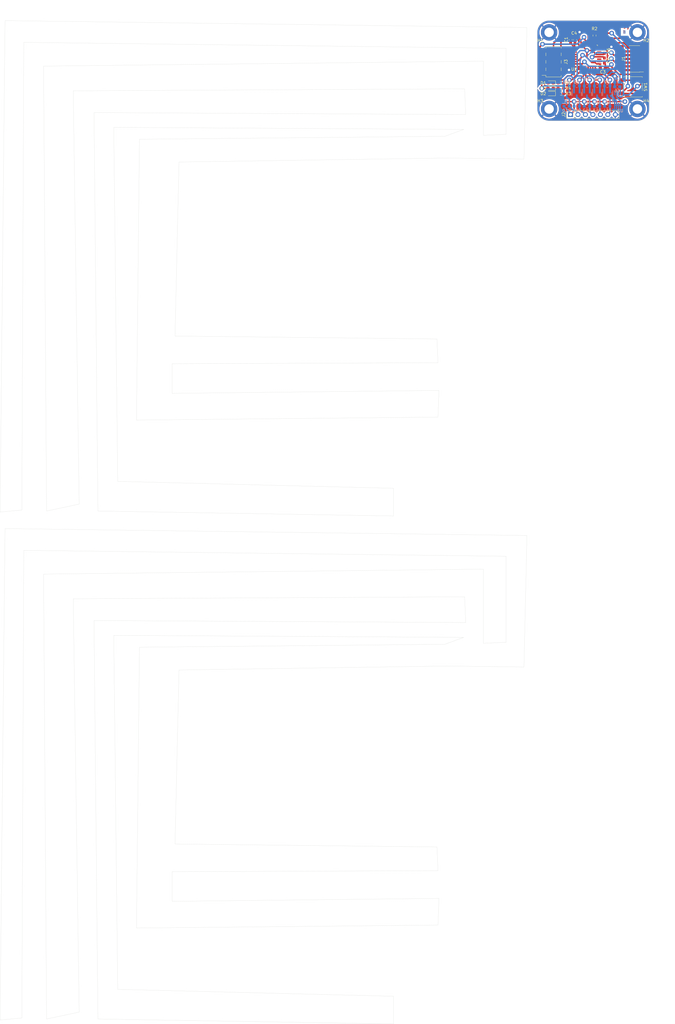
<source format=kicad_pcb>
(kicad_pcb (version 20221018) (generator pcbnew)
  (layers (0 "F.Cu" signal) (31 "B.Cu" signal) (34 "B.Paste" user) (35 "F.Paste" user) (36 "B.SilkS" user "B.Silkscreen") (37 "F.SilkS" user "F.Silkscreen") (38 "B.Mask" user) (39 "F.Mask" user) (44 "Edge.Cuts" user))
  (net 0 "")
  (net 1 "+5V-v2-")
  (net 2 "GND-v2-")
  (net 3 "+3.3V-v2-")
  (net 4 "Net-(D1-K)-v2-")
  (net 6 "Net-(D3-K)-v2-")
  (net 7 "Status_LED-v2-")
  (net 8 "Data_Clock_SNES-v2-")
  (net 9 "Data_Latch_SNES-v2-")
  (net 10 "Net-(D2-K)-v2-")
  (net 11 "Serial_Data1_SNES-v2-")
  (net 12 "Serial_Data2_SNES-v2-")
  (net 13 "SPI_Chip_Select-v2-")
  (net 14 "Chip_Enable-v2-")
  (net 15 "SPI_Digital_Input-v2-")
  (net 16 "SPI_Clock-v2-")
  (net 17 "SPI_Digital_Output-v2-")
  (net 18 "IOBit_SNES-v2-")
  (net 19 "Data_Clock_STM32-v2-")
  (net 20 "Data_Latch_STM32-v2-")
  (net 21 "Appairing_Btn-v2-")
  (net 22 "Net-(U2-BP)-v2-")
  (net 23 "SWDIO-v2-")
  (net 24 "SWDCK-v2-")
  (net 27 "NRST-v2-")
  (net 28 "USART2_RX-v2-")
  (net 29 "USART2_TX-v2-")
  (net 30 "Serial_Data1_STM32-v2-")
  (net 31 "IOBit_STM32-v2-")
  (net 32 "Serial_Data2_STM32-v2-")
  (footprint "Capacitor_SMD:C_0603_1608Metric_Pad1.08x0.95mm_HandSolder" (layer "F.Cu") (at 195.05 7.75 90)
    (fp_text reference "C1")
    (fp_text value "10u")
  )
  (footprint "Resistor_SMD:R_0603_1608Metric_Pad0.98x0.95mm_HandSolder" (layer "F.Cu") (at 191.76875 22.45)
    (fp_text reference "R1")
    (fp_text value "1k")
  )
  (footprint "MountingHole:MountingHole_3.2mm_M3_DIN965_Pad" (layer "F.Cu") (at 217.75 31.25)
    (fp_text reference "H4")
    (fp_text value "MountingHole_Pad")
  )
  (footprint "Capacitor_SMD:C_0603_1608Metric_Pad1.08x0.95mm_HandSolder" (layer "F.Cu") (at 206.51 14.8025 90)
    (fp_text reference "C2")
    (fp_text value "100n")
  )
  (footprint "Capacitor_SMD:C_0603_1608Metric_Pad1.08x0.95mm_HandSolder" (layer "F.Cu") (at 206.51 11.5 90)
    (fp_text reference "C5")
    (fp_text value "100n")
  )
  (footprint "MountingHole:MountingHole_3.2mm_M3_DIN965_Pad" (layer "F.Cu") (at 187.75 5.25)
    (fp_text reference "H1")
    (fp_text value "MountingHole_Pad")
  )
  (footprint "Resistor_SMD:R_0603_1608Metric_Pad0.98x0.95mm_HandSolder" (layer "F.Cu") (at 203.17 6.32 90)
    (fp_text reference "R2")
    (fp_text value "10k")
  )
  (footprint "MountingHole:MountingHole_3.2mm_M3_DIN965_Pad" (layer "F.Cu") (at 217.75 5.25)
    (fp_text reference "H2")
    (fp_text value "MountingHole_Pad")
  )
  (footprint "Capacitor_SMD:C_0603_1608Metric_Pad1.08x0.95mm_HandSolder" (layer "F.Cu") (at 196.55 7.75 90)
    (fp_text reference "C4")
    (fp_text value "100n")
  )
  (footprint "Connector_PinHeader_1.27mm:PinHeader_2x07_P1.27mm_Vertical_SMD" (layer "F.Cu") (at 216.75 14.25 180)
    (fp_text reference "J1")
    (fp_text value "Conn_02x07_Odd_Even")
  )
  (footprint "Diode_SMD:D_0603_1608Metric_Pad1.05x0.95mm_HandSolder" (layer "F.Cu") (at 188.26875 26.05 180)
    (fp_text reference "D2")
    (fp_text value "LED_Small")
  )
  (footprint "Package_QFP:LQFP-32_7x7mm_P0.8mm" (layer "F.Cu") (at 200.6 13.15 180)
    (fp_text reference "U1")
    (fp_text value "STM32L412KBTx")
  )
  (footprint "Resistor_SMD:R_0603_1608Metric_Pad0.98x0.95mm_HandSolder" (layer "F.Cu") (at 191.76875 26.05)
    (fp_text reference "R3")
    (fp_text value "1k")
  )
  (footprint "Capacitor_SMD:C_0603_1608Metric_Pad1.08x0.95mm_HandSolder" (layer "F.Cu") (at 206.0025 17.19)
    (fp_text reference "C3")
    (fp_text value "100n")
  )
  (footprint "Connector_PinHeader_2.54mm:PinHeader_1x07_P2.54mm_Vertical" (layer "F.Cu") (at 195 33.15 90)
    (fp_text reference "J2")
    (fp_text value "Conn_01x07_Socket")
  )
  (footprint "Button_Switch_SMD:SW_SPST_B3S-1000" (layer "F.Cu") (at 216.25 23.75 180)
    (fp_text reference "SW1")
    (fp_text value "SW_SPST")
  )
  (footprint "Resistor_SMD:R_0603_1608Metric_Pad0.98x0.95mm_HandSolder" (layer "F.Cu") (at 191.76875 24.25)
    (fp_text reference "R4")
    (fp_text value "1k")
  )
  (footprint "Diode_SMD:D_0603_1608Metric_Pad1.05x0.95mm_HandSolder" (layer "F.Cu") (at 188.26875 22.45 180)
    (fp_text reference "D1")
    (fp_text value "LED_Small")
  )
  (footprint "Diode_SMD:D_0603_1608Metric_Pad1.05x0.95mm_HandSolder" (layer "F.Cu") (at 188.26875 24.25 180)
    (fp_text reference "D3")
    (fp_text value "LED")
  )
  (footprint "Connector_PinSocket_2.54mm:PinSocket_2x04_P2.54mm_Vertical_SMD" (layer "F.Cu") (at 189.25 15.25 180)
    (fp_text reference "J3")
    (fp_text value "Conn_01x08_Socket")
  )
  (footprint "MountingHole:MountingHole_3.2mm_M3_DIN965_Pad" (layer "F.Cu") (at 187.75 31.25)
    (fp_text reference "H3")
    (fp_text value "MountingHole_Pad")
  )
  (footprint "Resistor_SMD:R_0603_1608Metric_Pad0.98x0.95mm_HandSolder" (layer "B.Cu") (at 204.05 23.45)
    (fp_text reference "R8")
    (fp_text value "10k")
  )
  (footprint "Resistor_SMD:R_0603_1608Metric_Pad0.98x0.95mm_HandSolder" (layer "B.Cu") (at 207.5 23.45)
    (fp_text reference "R9")
    (fp_text value "10k")
  )
  (footprint "Resistor_SMD:R_0603_1608Metric_Pad0.98x0.95mm_HandSolder" (layer "B.Cu") (at 200.6 30.35)
    (fp_text reference "R12")
    (fp_text value "10k")
  )
  (footprint "Resistor_SMD:R_0603_1608Metric_Pad0.98x0.95mm_HandSolder" (layer "B.Cu") (at 193.7 30.35)
    (fp_text reference "R10")
    (fp_text value "10k")
  )
  (footprint "Package_TO_SOT_SMD:SOT-23" (layer "B.Cu") (at 207.5 26.15 -90)
    (fp_text reference "Q5")
    (fp_text value "2N7002")
  )
  (footprint "Resistor_SMD:R_0603_1608Metric_Pad0.98x0.95mm_HandSolder" (layer "B.Cu") (at 193.7 23.45)
    (fp_text reference "R5")
    (fp_text value "10k")
  )
  (footprint "Resistor_SMD:R_0603_1608Metric_Pad0.98x0.95mm_HandSolder" (layer "B.Cu") (at 207.5 30.35)
    (fp_text reference "R14")
    (fp_text value "10k")
  )
  (footprint "Capacitor_SMD:C_0603_1608Metric_Pad1.08x0.95mm_HandSolder" (layer "B.Cu") (at 210.9 22.2 180)
    (fp_text reference "C7")
    (fp_text value "2.2u")
  )
  (footprint "Resistor_SMD:R_0603_1608Metric_Pad0.98x0.95mm_HandSolder" (layer "B.Cu") (at 200.6 23.45)
    (fp_text reference "R7")
    (fp_text value "10k")
  )
  (footprint "Capacitor_SMD:C_0603_1608Metric_Pad1.08x0.95mm_HandSolder" (layer "B.Cu") (at 210.9 23.7 180)
    (fp_text reference "C6")
    (fp_text value "470p")
  )
  (footprint "Package_SO:MSOP-8_3x3mm_P0.65mm" (layer "B.Cu") (at 211.0125 27.9 -90)
    (fp_text reference "U2")
    (fp_text value "MIC5219-3.3YMM")
  )
  (footprint "Resistor_SMD:R_0603_1608Metric_Pad0.98x0.95mm_HandSolder" (layer "B.Cu") (at 197.15 23.45)
    (fp_text reference "R6")
    (fp_text value "10k")
  )
  (footprint "Package_TO_SOT_SMD:SOT-23" (layer "B.Cu") (at 204.05 26.15 -90)
    (fp_text reference "Q4")
    (fp_text value "2N7002")
  )
  (footprint "Package_TO_SOT_SMD:SOT-23" (layer "B.Cu") (at 197.15 26.15 -90)
    (fp_text reference "Q2")
    (fp_text value "2N7002")
  )
  (footprint "Resistor_SMD:R_0603_1608Metric_Pad0.98x0.95mm_HandSolder" (layer "B.Cu") (at 197.15 30.35)
    (fp_text reference "R11")
    (fp_text value "10k")
  )
  (footprint "Resistor_SMD:R_0603_1608Metric_Pad0.98x0.95mm_HandSolder" (layer "B.Cu") (at 204.05 30.35)
    (fp_text reference "R13")
    (fp_text value "10k")
  )
  (footprint "Package_TO_SOT_SMD:SOT-23" (layer "B.Cu") (at 193.7 26.15 -90)
    (fp_text reference "Q1")
    (fp_text value "2N7002")
  )
  (footprint "Package_TO_SOT_SMD:SOT-23" (layer "B.Cu") (at 200.6 26.15 -90)
    (fp_text reference "Q3")
    (fp_text value "2N7002")
  )
  (gr_line (start 59.679937 127.82989) (end 59.679937 117.75989) (stroke (width 0.05)) (layer "Edge.Cuts"))
  (gr_line (start 134.889937 160.06989) (end 41.209937 157.71989) (stroke (width 0.05)) (layer "Edge.Cuts"))
  (gr_line (start 26.099937 197.58989) (end 159.059937 196.91989) (stroke (width 0.05)) (layer "Edge.Cuts"))
  (gr_line (start 179.209937 220.75989) (end 180.219937 176.09989) (stroke (width 0.05)) (layer "Edge.Cuts"))
  (gr_line (start 33.149937 32.47989) (end 34.489937 167.78989) (stroke (width 0.05)) (layer "Edge.Cuts"))
  (gr_line (start 173.159937 212.35989) (end 165.439937 212.69989) (stroke (width 0.05)) (layer "Edge.Cuts"))
  (gr_line (start 33.149937 204.97989) (end 34.489937 340.28989) (stroke (width 0.05)) (layer "Edge.Cuts"))
  (gr_line (start 2.929937 1.24989) (end 1.249937 168.12989) (stroke (width 0.05)) (layer "Edge.Cuts"))
  (gr_line (start 62.029937 221.76989) (end 153.019937 220.41989) (stroke (width 0.05)) (layer "Edge.Cuts"))
  (gr_line (start 150.329937 299.32989) (end 59.679937 300.32989) (stroke (width 0.05)) (layer "Edge.Cuts"))
  (gr_line (start 134.889937 341.96989) (end 134.889937 332.56989) (stroke (width 0.05)) (layer "Edge.Cuts"))
  (gr_line (start 152.349937 213.03989) (end 48.599937 214.03989) (stroke (width 0.05)) (layer "Edge.Cuts"))
  (gr_line (start 149.659937 281.86989) (end 60.679937 280.85989) (stroke (width 0.05)) (layer "Edge.Cuts"))
  (gr_line (start 34.489937 167.78989) (end 134.889937 169.46989) (stroke (width 0.05)) (layer "Edge.Cuts"))
  (gr_line (start 60.679937 108.35989) (end 62.029937 49.26989) (stroke (width 0.05)) (layer "Edge.Cuts"))
  (gr_line (start 134.889937 169.46989) (end 134.889937 160.06989) (stroke (width 0.05)) (layer "Edge.Cuts"))
  (gr_arc (start 217.75 1.25) (mid 220.578427 2.421573) (end 221.75 5.25) (stroke (width 0.1)) (layer "Edge.Cuts"))
  (gr_line (start 159.059937 196.91989) (end 159.399937 205.64989) (stroke (width 0.05)) (layer "Edge.Cuts"))
  (gr_line (start 1.249937 340.62989) (end 8.639937 339.94989) (stroke (width 0.05)) (layer "Edge.Cuts"))
  (gr_line (start 165.439937 187.51989) (end 16.029937 189.19989) (stroke (width 0.05)) (layer "Edge.Cuts"))
  (gr_line (start 59.679937 290.25989) (end 149.999937 289.92989) (stroke (width 0.05)) (layer "Edge.Cuts"))
  (gr_line (start 16.029937 16.69989) (end 17.039937 167.78989) (stroke (width 0.05)) (layer "Edge.Cuts"))
  (gr_line (start 8.639937 167.44989) (end 9.309937 8.63989) (stroke (width 0.05)) (layer "Edge.Cuts"))
  (gr_line (start 179.209937 48.25989) (end 180.219937 3.59989) (stroke (width 0.05)) (layer "Edge.Cuts"))
  (gr_line (start 9.309937 181.13989) (end 173.159937 183.14989) (stroke (width 0.05)) (layer "Edge.Cuts"))
  (gr_line (start 187.75 1.25) (end 217.75 1.25) (stroke (width 0.1)) (layer "Edge.Cuts"))
  (gr_line (start 159.059937 24.41989) (end 159.399937 33.14989) (stroke (width 0.05)) (layer "Edge.Cuts"))
  (gr_line (start 17.039937 167.78989) (end 28.119937 165.43989) (stroke (width 0.05)) (layer "Edge.Cuts"))
  (gr_line (start 180.219937 176.09989) (end 2.929937 173.74989) (stroke (width 0.05)) (layer "Edge.Cuts"))
  (gr_line (start 1.249937 168.12989) (end 8.639937 167.44989) (stroke (width 0.05)) (layer "Edge.Cuts"))
  (gr_arc (start 183.75 5.25) (mid 184.921573 2.421573) (end 187.75 1.25) (stroke (width 0.1)) (layer "Edge.Cuts"))
  (gr_line (start 28.119937 337.93989) (end 26.099937 197.58989) (stroke (width 0.05)) (layer "Edge.Cuts"))
  (gr_line (start 173.159937 10.64989) (end 173.159937 39.85989) (stroke (width 0.05)) (layer "Edge.Cuts"))
  (gr_line (start 149.999937 135.88989) (end 150.329937 126.82989) (stroke (width 0.05)) (layer "Edge.Cuts"))
  (gr_line (start 158.729937 210.68989) (end 152.349937 213.03989) (stroke (width 0.05)) (layer "Edge.Cuts"))
  (gr_line (start 39.869937 210.00989) (end 158.729937 210.68989) (stroke (width 0.05)) (layer "Edge.Cuts"))
  (gr_line (start 165.439937 15.01989) (end 16.029937 16.69989) (stroke (width 0.05)) (layer "Edge.Cuts"))
  (gr_line (start 47.589937 136.89989) (end 149.999937 135.88989) (stroke (width 0.05)) (layer "Edge.Cuts"))
  (gr_line (start 173.159937 39.85989) (end 165.439937 40.19989) (stroke (width 0.05)) (layer "Edge.Cuts"))
  (gr_line (start 165.439937 40.19989) (end 165.439937 15.01989) (stroke (width 0.05)) (layer "Edge.Cuts"))
  (gr_line (start 17.039937 340.28989) (end 28.119937 337.93989) (stroke (width 0.05)) (layer "Edge.Cuts"))
  (gr_line (start 134.889937 332.56989) (end 41.209937 330.21989) (stroke (width 0.05)) (layer "Edge.Cuts"))
  (gr_line (start 159.399937 205.64989) (end 33.149937 204.97989) (stroke (width 0.05)) (layer "Edge.Cuts"))
  (gr_line (start 39.869937 37.50989) (end 158.729937 38.18989) (stroke (width 0.05)) (layer "Edge.Cuts"))
  (gr_line (start 48.599937 41.53989) (end 47.589937 136.89989) (stroke (width 0.05)) (layer "Edge.Cuts"))
  (gr_line (start 26.099937 25.08989) (end 159.059937 24.41989) (stroke (width 0.05)) (layer "Edge.Cuts"))
  (gr_line (start 150.329937 126.82989) (end 59.679937 127.82989) (stroke (width 0.05)) (layer "Edge.Cuts"))
  (gr_line (start 47.589937 309.39989) (end 149.999937 308.38989) (stroke (width 0.05)) (layer "Edge.Cuts"))
  (gr_line (start 48.599937 214.03989) (end 47.589937 309.39989) (stroke (width 0.05)) (layer "Edge.Cuts"))
  (gr_arc (start 187.75 35.25) (mid 184.921573 34.078427) (end 183.75 31.25) (stroke (width 0.1)) (layer "Edge.Cuts"))
  (gr_line (start 34.489937 340.28989) (end 134.889937 341.96989) (stroke (width 0.05)) (layer "Edge.Cuts"))
  (gr_line (start 28.119937 165.43989) (end 26.099937 25.08989) (stroke (width 0.05)) (layer "Edge.Cuts"))
  (gr_line (start 165.439937 212.69989) (end 165.439937 187.51989) (stroke (width 0.05)) (layer "Edge.Cuts"))
  (gr_line (start 59.679937 300.32989) (end 59.679937 290.25989) (stroke (width 0.05)) (layer "Edge.Cuts"))
  (gr_line (start 8.639937 339.94989) (end 9.309937 181.13989) (stroke (width 0.05)) (layer "Edge.Cuts"))
  (gr_line (start 183.75 31.25) (end 183.75 5.25) (stroke (width 0.1)) (layer "Edge.Cuts"))
  (gr_line (start 2.929937 173.74989) (end 1.249937 340.62989) (stroke (width 0.05)) (layer "Edge.Cuts"))
  (gr_line (start 9.309937 8.63989) (end 173.159937 10.64989) (stroke (width 0.05)) (layer "Edge.Cuts"))
  (gr_line (start 153.019937 220.41989) (end 179.209937 220.75989) (stroke (width 0.05)) (layer "Edge.Cuts"))
  (gr_line (start 149.999937 289.92989) (end 149.659937 281.86989) (stroke (width 0.05)) (layer "Edge.Cuts"))
  (gr_line (start 173.159937 183.14989) (end 173.159937 212.35989) (stroke (width 0.05)) (layer "Edge.Cuts"))
  (gr_line (start 41.209937 330.21989) (end 39.869937 210.00989) (stroke (width 0.05)) (layer "Edge.Cuts"))
  (gr_line (start 149.659937 109.36989) (end 60.679937 108.35989) (stroke (width 0.05)) (layer "Edge.Cuts"))
  (gr_line (start 152.349937 40.53989) (end 48.599937 41.53989) (stroke (width 0.05)) (layer "Edge.Cuts"))
  (gr_line (start 149.999937 117.42989) (end 149.659937 109.36989) (stroke (width 0.05)) (layer "Edge.Cuts"))
  (gr_line (start 221.75 5.25) (end 221.75 31.25) (stroke (width 0.1)) (layer "Edge.Cuts"))
  (gr_line (start 158.729937 38.18989) (end 152.349937 40.53989) (stroke (width 0.05)) (layer "Edge.Cuts"))
  (gr_line (start 62.029937 49.26989) (end 153.019937 47.91989) (stroke (width 0.05)) (layer "Edge.Cuts"))
  (gr_line (start 217.75 35.25) (end 187.75 35.25) (stroke (width 0.1)) (layer "Edge.Cuts"))
  (gr_line (start 16.029937 189.19989) (end 17.039937 340.28989) (stroke (width 0.05)) (layer "Edge.Cuts"))
  (gr_line (start 180.219937 3.59989) (end 2.929937 1.24989) (stroke (width 0.05)) (layer "Edge.Cuts"))
  (gr_line (start 41.209937 157.71989) (end 39.869937 37.50989) (stroke (width 0.05)) (layer "Edge.Cuts"))
  (gr_line (start 159.399937 33.14989) (end 33.149937 32.47989) (stroke (width 0.05)) (layer "Edge.Cuts"))
  (gr_line (start 149.999937 308.38989) (end 150.329937 299.32989) (stroke (width 0.05)) (layer "Edge.Cuts"))
  (gr_line (start 60.679937 280.85989) (end 62.029937 221.76989) (stroke (width 0.05)) (layer "Edge.Cuts"))
  (gr_line (start 59.679937 117.75989) (end 149.999937 117.42989) (stroke (width 0.05)) (layer "Edge.Cuts"))
  (gr_arc (start 221.75 31.25) (mid 220.578427 34.078427) (end 217.75 35.25) (stroke (width 0.1)) (layer "Edge.Cuts"))
  (gr_line (start 153.019937 47.91989) (end 179.209937 48.25989) (stroke (width 0.05)) (layer "Edge.Cuts"))
  (gr_text "T" (at 212.75 5.75) (layer "F.Cu") (effects (font (size 1 1)) (justify left bottom)))
  (gr_text "SNES Plug" (at 205.75 3.75) (layer "F.Cu") (effects (font (size 1 1)) (justify left bottom)))
  (gr_text "B" (at 212.75 5.75) (layer "B.Cu") (effects (font (size 1 1)) (justify left bottom)))
  (segment (start 196.2375 28.75) (end 199.6875 28.75) (width 0.3) (layer "F.Cu") (net 1))
  (segment (start 206.5875 28.75) (end 213.5 28.75) (width 0.5) (layer "F.Cu") (net 1))
  (segment (start 190.25 27.5) (end 191.5 28.75) (width 0.5) (layer "F.Cu") (net 1))
  (segment (start 203.1375 28.75) (end 199.6875 28.75) (width 0.5) (layer "F.Cu") (net 1))
  (segment (start 203.1375 28.75) (end 206.5875 28.75) (width 0.5) (layer "F.Cu") (net 1))
  (segment (start 187.39375 26.084561) (end 188.809189 27.5) (width 0.5) (layer "F.Cu") (net 1))
  (segment (start 191.5 28.75) (end 196.2375 28.75) (width 0.5) (layer "F.Cu") (net 1))
  (segment (start 187.39375 26.05) (end 187.39375 26.084561) (width 0.5) (layer "F.Cu") (net 1))
  (segment (start 196.2375 31.9125) (end 195 33.15) (width 0.5) (layer "F.Cu") (net 1))
  (segment (start 188.809189 27.5) (end 190.25 27.5) (width 0.5) (layer "F.Cu") (net 1))
  (segment (start 196.2375 28.75) (end 196.2375 31.9125) (width 0.5) (layer "F.Cu") (net 1))
  (via (at 199.6875 28.75) (size 1.6) (drill 0.8) (layers "F.Cu" "B.Cu") (net 1))
  (via (at 196.2375 28.75) (size 1.6) (drill 0.8) (layers "F.Cu" "B.Cu") (net 1))
  (via (at 203.1375 28.75) (size 1.6) (drill 0.8) (layers "F.Cu" "B.Cu") (net 1))
  (via (at 206.5875 28.75) (size 1.6) (drill 0.8) (layers "F.Cu" "B.Cu") (net 1))
  (via (at 213.5 28.75) (size 1.6) (drill 0.8) (layers "F.Cu" "B.Cu") (net 1))
  (segment (start 206.5875 28.75) (end 206.5875 30.35) (width 0.5) (layer "B.Cu") (net 1))
  (segment (start 213.5 28.75) (end 213.4 28.65) (width 0.5) (layer "B.Cu") (net 1))
  (segment (start 212.106739 28.65) (end 210.6875 27.230761) (width 0.5) (layer "B.Cu") (net 1))
  (segment (start 195 32.5625) (end 192.7875 30.35) (width 0.5) (layer "B.Cu") (net 1))
  (segment (start 213.4 28.65) (end 212.106739 28.65) (width 0.5) (layer "B.Cu") (net 1))
  (segment (start 195 33.15) (end 195 32.5625) (width 0.5) (layer "B.Cu") (net 1))
  (segment (start 203.1375 28.75) (end 203.1375 30.35) (width 0.5) (layer "B.Cu") (net 1))
  (segment (start 199.6875 28.75) (end 199.6875 30.35) (width 0.5) (layer "B.Cu") (net 1))
  (segment (start 196.2375 30.35) (end 196.2375 28.75) (width 0.5) (layer "B.Cu") (net 1))
  (segment (start 210.6875 25.7875) (end 210.6875 27.230761) (width 0.3) (layer "B.Cu") (net 1))
  (segment (start 198.1 5.15) (end 197.8 5.45) (width 0.5) (layer "F.Cu") (net 2))
  (segment (start 204.29 18.215) (end 205.84 18.215) (width 0.5) (layer "F.Cu") (net 2))
  (segment (start 197.8 5.45) (end 197.8 8.975) (width 0.5) (layer "F.Cu") (net 2))
  (segment (start 208.411689 10.6375) (end 206.51 10.6375) (width 0.5) (layer "F.Cu") (net 2))
  (segment (start 206.865 17.19) (end 206.865 16.02) (width 0.5) (layer "F.Cu") (net 2))
  (segment (start 193.44 19.06) (end 191.77 19.06) (width 0.5) (layer "F.Cu") (net 2))
  (segment (start 203.4 17.325) (end 204.29 18.215) (width 0.5) (layer "F.Cu") (net 2))
  (segment (start 208.899189 10.15) (end 208.411689 10.6375) (width 0.5) (layer "F.Cu") (net 2))
  (segment (start 207.535 14.566193) (end 207.535 11.6625) (width 0.5) (layer "F.Cu") (net 2))
  (segment (start 196.55 6.7) (end 198.1 5.15) (width 0.5) (layer "F.Cu") (net 2))
  (segment (start 206.51 15.665) (end 206.51 15.591193) (width 0.5) (layer "F.Cu") (net 2))
  (segment (start 195.05 6.8875) (end 196.55 6.8875) (width 0.5) (layer "F.Cu") (net 2))
  (segment (start 206.865 16.02) (end 206.51 15.665) (width 0.5) (layer "F.Cu") (net 2))
  (segment (start 206.51 15.591193) (end 207.535 14.566193) (width 0.5) (layer "F.Cu") (net 2))
  (segment (start 205.84 18.215) (end 206.865 17.19) (width 0.5) (layer "F.Cu") (net 2))
  (segment (start 196.55 6.8875) (end 196.55 6.7) (width 0.5) (layer "F.Cu") (net 2))
  (segment (start 207.535 11.6625) (end 206.51 10.6375) (width 0.5) (layer "F.Cu") (net 2))
  (segment (start 194.5 18) (end 193.44 19.06) (width 0.5) (layer "F.Cu") (net 2))
  (via (at 210.0375 20.15) (size 1.6) (drill 0.8) (layers "F.Cu" "B.Cu") (net 2))
  (via (at 194.5 18) (size 1.6) (drill 0.8) (layers "F.Cu" "B.Cu") (net 2))
  (via (at 208.899189 10.15) (size 1.6) (drill 0.8) (layers "F.Cu" "B.Cu") (net 2))
  (via (at 198.1 5.15) (size 1.6) (drill 0.8) (layers "F.Cu" "B.Cu") (net 2))
  (segment (start 210.0375 22.2) (end 210.0375 20.15) (width 0.5) (layer "B.Cu") (net 2))
  (segment (start 210.0375 22.2) (end 210.0375 23.7) (width 0.5) (layer "B.Cu") (net 2))
  (segment (start 201.15 5.15) (end 198.1 5.15) (width 0.5) (layer "B.Cu") (net 2))
  (segment (start 206.15 10.15) (end 201.15 5.15) (width 0.5) (layer "B.Cu") (net 2))
  (segment (start 208.899189 10.15) (end 206.15 10.15) (width 0.5) (layer "B.Cu") (net 2))
  (segment (start 210.0375 20.1875) (end 210 20.15) (width 0.5) (layer "B.Cu") (net 2))
  (segment (start 195.05 8.975) (end 196.425 10.35) (width 0.5) (layer "F.Cu") (net 3))
  (segment (start 185.25 20.54) (end 186.73 19.06) (width 0.5) (layer "F.Cu") (net 3))
  (segment (start 200.6 11.4) (end 199.55 10.35) (width 0.5) (layer "F.Cu") (net 3))
  (segment (start 205.14 16.315) (end 204.775 15.95) (width 0.5) (layer "F.Cu") (net 3))
  (segment (start 204.775 15.95) (end 203.870406 15.95) (width 0.5) (layer "F.Cu") (net 3))
  (segment (start 217.75 23.5) (end 218.225 23.5) (width 0.5) (layer "F.Cu") (net 3))
  (segment (start 195.05 8.6125) (end 195.05 8.975) (width 0.5) (layer "F.Cu") (net 3))
  (segment (start 187.39375 24.25) (end 185.25 24.25) (width 0.5) (layer "F.Cu") (net 3))
  (segment (start 206.51 12.3625) (end 206.1225 12.75) (width 0.5) (layer "F.Cu") (net 3))
  (segment (start 203.870406 15.95) (end 203.420406 15.5) (width 0.5) (layer "F.Cu") (net 3))
  (segment (start 203.75 12.75) (end 202.4 11.4) (width 0.5) (layer "F.Cu") (net 3))
  (segment (start 218.225 23.5) (end 220.225 21.5) (width 0.5) (layer "F.Cu") (net 3))
  (segment (start 196.425 8.7375) (end 196.55 8.6125) (width 0.5) (layer "F.Cu") (net 3))
  (segment (start 218.7 16.79) (end 220.4 16.79) (width 0.5) (layer "F.Cu") (net 3))
  (segment (start 220.75 20.975) (end 220.75 17.14) (width 0.5) (layer "F.Cu") (net 3))
  (segment (start 196.425 10.35) (end 196.425 8.7375) (width 0.5) (layer "F.Cu") (net 3))
  (segment (start 212.275 21.5) (end 220.225 21.5) (width 0.5) (layer "F.Cu") (net 3))
  (segment (start 202.4 11.4) (end 200.6 11.4) (width 0.5) (layer "F.Cu") (net 3))
  (segment (start 185.25 24.25) (end 185.25 20.54) (width 0.5) (layer "F.Cu") (net 3))
  (segment (start 200.6 13.809189) (end 200.6 11.4) (width 0.5) (layer "F.Cu") (net 3))
  (segment (start 204.775 12.75) (end 203.75 12.75) (width 0.5) (layer "F.Cu") (net 3))
  (segment (start 202.290811 15.5) (end 200.6 13.809189) (width 0.5) (layer "F.Cu") (net 3))
  (segment (start 220.225 21.5) (end 220.75 20.975) (width 0.5) (layer "F.Cu") (net 3))
  (segment (start 206.1225 12.75) (end 204.775 12.75) (width 0.5) (layer "F.Cu") (net 3))
  (segment (start 205.14 17.19) (end 205.14 16.315) (width 0.5) (layer "F.Cu") (net 3))
  (segment (start 220.4 16.79) (end 220.75 17.14) (width 0.5) (layer "F.Cu") (net 3))
  (segment (start 199.55 10.35) (end 196.425 10.35) (width 0.5) (layer "F.Cu") (net 3))
  (segment (start 203.420406 15.5) (end 202.290811 15.5) (width 0.5) (layer "F.Cu") (net 3))
  (via (at 200.6 11.4) (size 1.6) (drill 0.8) (layers "F.Cu" "B.Cu") (net 3))
  (via (at 217.75 23.5) (size 1.6) (drill 0.8) (layers "F.Cu" "B.Cu") (net 3))
  (via (at 185.25 24.25) (size 1.6) (drill 0.8) (layers "F.Cu" "B.Cu") (net 3))
  (segment (start 186.05 23.45) (end 192.7875 23.45) (width 0.5) (layer "B.Cu") (net 3))
  (segment (start 198.621689 20.05) (end 197.303311 20.05) (width 0.5) (layer "B.Cu") (net 3))
  (segment (start 199.65 23.4875) (end 199.6875 23.45) (width 0.5) (layer "B.Cu") (net 3))
  (segment (start 196.2375 21.115811) (end 196.2375 23.45) (width 0.5) (layer "B.Cu") (net 3))
  (segment (start 200.753311 20.05) (end 202.071689 20.05) (width 0.5) (layer "B.Cu") (net 3))
  (segment (start 211.3375 25.7875) (end 211.3375 26.727817) (width 0.3) (layer "B.Cu") (net 3))
  (segment (start 206.55 25.2125) (end 206.55 23.4875) (width 0.5) (layer "B.Cu") (net 3))
  (segment (start 203.1 23.4875) (end 203.1375 23.45) (width 0.5) (layer "B.Cu") (net 3))
  (segment (start 211.7625 19.965811) (end 210.596689 18.8) (width 0.5) (layer "B.Cu") (net 3))
  (segment (start 185.25 24.25) (end 186.05 23.45) (width 0.5) (layer "B.Cu") (net 3))
  (segment (start 199.6875 23.45) (end 199.6875 21.115811) (width 0.5) (layer "B.Cu") (net 3))
  (segment (start 205.521689 20.05) (end 204.203311 20.05) (width 0.5) (layer "B.Cu") (net 3))
  (segment (start 199.65 25.2125) (end 199.65 23.4875) (width 0.5) (layer "B.Cu") (net 3))
  (segment (start 197.303311 20.05) (end 196.2375 21.115811) (width 0.5) (layer "B.Cu") (net 3))
  (segment (start 206.5875 23.45) (end 206.5875 21.115811) (width 0.5) (layer "B.Cu") (net 3))
  (segment (start 211.7625 22.2) (end 211.7625 19.965811) (width 0.5) (layer "B.Cu") (net 3))
  (segment (start 197.303311 12.446689) (end 197.303311 20.05) (width 0.5) (layer "B.Cu") (net 3))
  (segment (start 203.1375 21.115811) (end 203.1375 23.45) (width 0.5) (layer "B.Cu") (net 3))
  (segment (start 213 26.506739) (end 212.356739 27.15) (width 0.5) (layer "B.Cu") (net 3))
  (segment (start 213 22.75) (end 212.45 22.2) (width 0.5) (layer "B.Cu") (net 3))
  (segment (start 194.053311 20.05) (end 195.171689 20.05) (width 0.5) (layer "B.Cu") (net 3))
  (segment (start 214.743261 26.506739) (end 217.75 23.5) (width 0.5) (layer "B.Cu") (net 3))
  (segment (start 213 26.506739) (end 213 22.75) (width 0.5) (layer "B.Cu") (net 3))
  (segment (start 199.6875 21.115811) (end 200.753311 20.05) (width 0.5) (layer "B.Cu") (net 3))
  (segment (start 212.356739 27.15) (end 211.759683 27.15) (width 0.5) (layer "B.Cu") (net 3))
  (segment (start 206.55 23.4875) (end 206.5875 23.45) (width 0.5) (layer "B.Cu") (net 3))
  (segment (start 192.75 23.4875) (end 192.7875 23.45) (width 0.5) (layer "B.Cu") (net 3))
  (segment (start 195.171689 20.05) (end 196.2375 21.115811) (width 0.5) (layer "B.Cu") (net 3))
  (segment (start 199.6875 21.115811) (end 198.621689 20.05) (width 0.5) (layer "B.Cu") (net 3))
  (segment (start 210.596689 18.8) (end 208.903311 18.8) (width 0.5) (layer "B.Cu") (net 3))
  (segment (start 196.2 23.4875) (end 196.2375 23.45) (width 0.5) (layer "B.Cu") (net 3))
  (segment (start 208.903311 18.8) (end 206.5875 21.115811) (width 0.5) (layer "B.Cu") (net 3))
  (segment (start 212.45 22.2) (end 211.7625 22.2) (width 0.5) (layer "B.Cu") (net 3))
  (segment (start 192.7875 23.45) (end 192.7875 21.315811) (width 0.5) (layer "B.Cu") (net 3))
  (segment (start 192.75 25.2125) (end 192.75 23.4875) (width 0.5) (layer "B.Cu") (net 3))
  (segment (start 211.3375 26.727817) (end 211.759683 27.15) (width 0.3) (layer "B.Cu") (net 3))
  (segment (start 198.35 11.4) (end 197.303311 12.446689) (width 0.5) (layer "B.Cu") (net 3))
  (segment (start 192.7875 21.315811) (end 194.053311 20.05) (width 0.5) (layer "B.Cu") (net 3))
  (segment (start 206.5875 21.115811) (end 205.521689 20.05) (width 0.5) (layer "B.Cu") (net 3))
  (segment (start 200.6 11.4) (end 198.35 11.4) (width 0.5) (layer "B.Cu") (net 3))
  (segment (start 196.2 25.2125) (end 196.2 23.4875) (width 0.5) (layer "B.Cu") (net 3))
  (segment (start 214.743261 26.506739) (end 213 26.506739) (width 0.5) (layer "B.Cu") (net 3))
  (segment (start 203.1 25.2125) (end 203.1 23.4875) (width 0.5) (layer "B.Cu") (net 3))
  (segment (start 202.071689 20.05) (end 203.1375 21.115811) (width 0.5) (layer "B.Cu") (net 3))
  (segment (start 204.203311 20.05) (end 203.1375 21.115811) (width 0.5) (layer "B.Cu") (net 3))
  (segment (start 190.85625 22.45) (end 189.14375 22.45) (width 0.5) (layer "F.Cu") (net 4))
  (segment (start 190.85625 24.25) (end 189.14375 24.25) (width 0.5) (layer "F.Cu") (net 6))
  (segment (start 195.125 20) (end 197.8 17.325) (width 0.5) (layer "F.Cu") (net 7))
  (segment (start 188.41875 21.425) (end 192.575 21.425) (width 0.5) (layer "F.Cu") (net 7))
  (segment (start 187.39375 22.45) (end 188.41875 21.425) (width 0.5) (layer "F.Cu") (net 7))
  (segment (start 194 20) (end 195.125 20) (width 0.5) (layer "F.Cu") (net 7))
  (segment (start 192.575 21.425) (end 194 20) (width 0.5) (layer "F.Cu") (net 7))
  (segment (start 194.6125 30.35) (end 194.6125 28) (width 0.5) (layer "B.Cu") (net 8))
  (segment (start 196.0125 31.75) (end 194.6125 30.35) (width 0.5) (layer "B.Cu") (net 8))
  (segment (start 194.6125 28) (end 193.7 27.0875) (width 0.5) (layer "B.Cu") (net 8))
  (segment (start 197.54 33.15) (end 197.54 32.54) (width 0.5) (layer "B.Cu") (net 8))
  (segment (start 197.54 32.54) (end 196.75 31.75) (width 0.5) (layer "B.Cu") (net 8))
  (segment (start 196.75 31.75) (end 196.0125 31.75) (width 0.5) (layer "B.Cu") (net 8))
  (segment (start 198.0625 30.35) (end 198.0625 31.2125) (width 0.5) (layer "B.Cu") (net 9))
  (segment (start 198.0625 30.35) (end 198.0625 28) (width 0.5) (layer "B.Cu") (net 9))
  (segment (start 198.0625 31.2125) (end 200 33.15) (width 0.5) (layer "B.Cu") (net 9))
  (segment (start 198.0625 28) (end 197.15 27.0875) (width 0.5) (layer "B.Cu") (net 9))
  (segment (start 189.14375 26.05) (end 190.85625 26.05) (width 0.5) (layer "F.Cu") (net 10))
  (segment (start 201.5125 30.35) (end 201.5125 28) (width 0.5) (layer "B.Cu") (net 11))
  (segment (start 201.5125 28) (end 200.6 27.0875) (width 0.5) (layer "B.Cu") (net 11))
  (segment (start 201.5125 32.1625) (end 202.5 33.15) (width 0.5) (layer "B.Cu") (net 11))
  (segment (start 201.5125 30.35) (end 201.5125 32.1625) (width 0.5) (layer "B.Cu") (net 11))
  (segment (start 204.9625 28) (end 204.05 27.0875) (width 0.5) (layer "B.Cu") (net 12))
  (segment (start 204.9625 33.1125) (end 205 33.15) (width 0.5) (layer "B.Cu") (net 12))
  (segment (start 204.9625 30.35) (end 204.9625 33.1125) (width 0.5) (layer "B.Cu") (net 12))
  (segment (start 204.9625 30.35) (end 204.9625 28) (width 0.5) (layer "B.Cu") (net 12))
  (segment (start 194 12) (end 194 14.75) (width 0.5) (layer "F.Cu") (net 13))
  (segment (start 194.85 11.15) (end 194 12) (width 0.5) (layer "F.Cu") (net 13))
  (segment (start 196.425 11.15) (end 194.85 11.15) (width 0.5) (layer "F.Cu") (net 13))
  (segment (start 193.5 15.25) (end 188 15.25) (width 0.5) (layer "F.Cu") (net 13))
  (segment (start 188 15.25) (end 186.73 16.52) (width 0.5) (layer "F.Cu") (net 13))
  (segment (start 194 14.75) (end 193.5 15.25) (width 0.5) (layer "F.Cu") (net 13))
  (segment (start 194.23 16.52) (end 195.125 15.625) (width 0.5) (layer "F.Cu") (net 14))
  (segment (start 195.125 12.345406) (end 195.520406 11.95) (width 0.5) (layer "F.Cu") (net 14))
  (segment (start 191.77 16.52) (end 194.23 16.52) (width 0.5) (layer "F.Cu") (net 14))
  (segment (start 195.520406 11.95) (end 196.425 11.95) (width 0.5) (layer "F.Cu") (net 14))
  (segment (start 195.125 15.625) (end 195.125 12.345406) (width 0.5) (layer "F.Cu") (net 14))
  (segment (start 191.77 8.516307) (end 196.486307 3.8) (width 0.5) (layer "F.Cu") (net 15))
  (segment (start 201 6) (end 201 8.975) (width 0.5) (layer "F.Cu") (net 15))
  (segment (start 198.8 3.8) (end 201 6) (width 0.5) (layer "F.Cu") (net 15))
  (segment (start 191.77 11.44) (end 191.77 8.516307) (width 0.5) (layer "F.Cu") (net 15))
  (segment (start 196.486307 3.8) (end 198.8 3.8) (width 0.5) (layer "F.Cu") (net 15))
  (segment (start 189.25 12.46) (end 189.25 9) (width 0.5) (layer "F.Cu") (net 16))
  (segment (start 190.77 13.98) (end 189.25 12.46) (width 0.5) (layer "F.Cu") (net 16))
  (segment (start 199.75 2.5) (end 201.8 4.55) (width 0.5) (layer "F.Cu") (net 16))
  (segment (start 195.75 2.5) (end 199.75 2.5) (width 0.5) (layer "F.Cu") (net 16))
  (segment (start 191.77 13.98) (end 190.77 13.98) (width 0.5) (layer "F.Cu") (net 16))
  (segment (start 189.25 9) (end 195.75 2.5) (width 0.5) (layer "F.Cu") (net 16))
  (segment (start 201.8 4.55) (end 201.8 8.975) (width 0.5) (layer "F.Cu") (net 16))
  (segment (start 186.73 13.98) (end 185.73 13.98) (width 0.5) (layer "F.Cu") (net 17))
  (segment (start 199.6 7.470406) (end 200.2 8.070406) (width 0.5) (layer "F.Cu") (net 17))
  (segment (start 184.68 12.93) (end 184.68 10.07) (width 0.5) (layer "F.Cu") (net 17))
  (segment (start 184.68 10.07) (end 185.5 9.25) (width 0.5) (layer "F.Cu") (net 17))
  (segment (start 185.73 13.98) (end 184.68 12.93) (width 0.5) (layer "F.Cu") (net 17))
  (segment (start 199.6 6.9) (end 199.6 7.470406) (width 0.5) (layer "F.Cu") (net 17))
  (segment (start 200.2 8.070406) (end 200.2 8.975) (width 0.5) (layer "F.Cu") (net 17))
  (via (at 199.6 6.9) (size 1.6) (drill 0.8) (layers "F.Cu" "B.Cu") (net 17))
  (via (at 185.5 9.25) (size 1.6) (drill 0.8) (layers "F.Cu" "B.Cu") (net 17))
  (segment (start 197.25 9.25) (end 199.6 6.9) (width 0.5) (layer "B.Cu") (net 17))
  (segment (start 185.5 9.25) (end 197.25 9.25) (width 0.5) (layer "B.Cu") (net 17))
  (segment (start 208.4125 28) (end 207.5 27.0875) (width 0.5) (layer "B.Cu") (net 18))
  (segment (start 208.4125 32.2375) (end 207.5 33.15) (width 0.5) (layer "B.Cu") (net 18))
  (segment (start 208.4125 30.35) (end 208.4125 28) (width 0.5) (layer "B.Cu") (net 18))
  (segment (start 208.4125 30.35) (end 208.4125 32.2375) (width 0.5) (layer "B.Cu") (net 18))
  (segment (start 194.6125 21.4) (end 195.429594 21.4) (width 0.5) (layer "F.Cu") (net 19))
  (segment (start 198.6 18.229594) (end 198.6 17.325) (width 0.5) (layer "F.Cu") (net 19))
  (segment (start 195.429594 21.4) (end 198.6 18.229594) (width 0.5) (layer "F.Cu") (net 19))
  (via (at 194.6125 21.4) (size 1.6) (drill 0.8) (layers "F.Cu" "B.Cu") (net 19))
  (segment (start 194.65 23.4875) (end 194.6125 23.45) (width 0.5) (layer "B.Cu") (net 19))
  (segment (start 194.6125 23.45) (end 194.6125 21.4) (width 0.5) (layer "B.Cu") (net 19))
  (segment (start 194.65 25.2125) (end 194.65 23.4875) (width 0.5) (layer "B.Cu") (net 19))
  (segment (start 199.4 20.0625) (end 199.4 17.325) (width 0.5) (layer "F.Cu") (net 20))
  (segment (start 198.0625 21.4) (end 199.4 20.0625) (width 0.5) (layer "F.Cu") (net 20))
  (via (at 198.0625 21.4) (size 1.6) (drill 0.8) (layers "F.Cu" "B.Cu") (net 20))
  (segment (start 198.1 23.4875) (end 198.0625 23.45) (width 0.5) (layer "B.Cu") (net 20))
  (segment (start 198.0625 23.45) (end 198.0625 21.4) (width 0.5) (layer "B.Cu") (net 20))
  (segment (start 198.1 25.2125) (end 198.1 23.4875) (width 0.5) (layer "B.Cu") (net 20))
  (segment (start 214.5 23.75) (end 212.275 25.975) (width 0.5) (layer "F.Cu") (net 21))
  (segment (start 209 5.5) (end 204.9025 5.5) (width 0.5) (layer "F.Cu") (net 21))
  (segment (start 212.275 25.975) (end 212.275 26) (width 0.5) (layer "F.Cu") (net 21))
  (segment (start 220.225 26) (end 212.275 26) (width 0.5) (layer "F.Cu") (net 21))
  (segment (start 202.6 8.975) (end 202.6 7.8025) (width 0.5) (layer "F.Cu") (net 21))
  (segment (start 202.6 7.8025) (end 203.17 7.2325) (width 0.5) (layer "F.Cu") (net 21))
  (segment (start 214.5 23.5) (end 214.5 23.75) (width 0.5) (layer "F.Cu") (net 21))
  (segment (start 204.9025 5.5) (end 203.17 7.2325) (width 0.5) (layer "F.Cu") (net 21))
  (via (at 209 5.5) (size 1.6) (drill 0.8) (layers "F.Cu" "B.Cu") (net 21))
  (via (at 214.5 23.5) (size 1.6) (drill 0.8) (layers "F.Cu" "B.Cu") (net 21))
  (segment (start 214.5 23.5) (end 214.5 11) (width 0.5) (layer "B.Cu") (net 21))
  (segment (start 214.5 11) (end 209 5.5) (width 0.5) (layer "B.Cu") (net 21))
  (segment (start 211.9875 25.7875) (end 211.9875 23.925) (width 0.3) (layer "B.Cu") (net 22))
  (segment (start 211.9875 23.925) (end 211.7625 23.7) (width 0.3) (layer "B.Cu") (net 22))
  (segment (start 197.329594 15.15) (end 199.1 13.379594) (width 0.5) (layer "F.Cu") (net 23))
  (segment (start 199.1 13.379594) (end 199.1 13) (width 0.5) (layer "F.Cu") (net 23))
  (segment (start 196.425 15.15) (end 197.329594 15.15) (width 0.5) (layer "F.Cu") (net 23))
  (segment (start 212.809189 18.06) (end 208.899189 14.15) (width 0.5) (layer "F.Cu") (net 23))
  (segment (start 214.8 18.06) (end 212.809189 18.06) (width 0.5) (layer "F.Cu") (net 23))
  (via (at 208.899189 14.15) (size 1.6) (drill 0.8) (layers "F.Cu" "B.Cu") (net 23))
  (via (at 199.1 13) (size 1.6) (drill 0.8) (layers "F.Cu" "B.Cu") (net 23))
  (segment (start 199.1 13) (end 199.75 13) (width 0.5) (layer "B.Cu") (net 23))
  (segment (start 199.75 13) (end 201.75 15) (width 0.5) (layer "B.Cu") (net 23))
  (segment (start 201.75 15) (end 208.049189 15) (width 0.5) (layer "B.Cu") (net 23))
  (segment (start 208.049189 15) (end 208.899189 14.15) (width 0.5) (layer "B.Cu") (net 23))
  (segment (start 199.05 15.95) (end 196.425 15.95) (width 0.5) (layer "F.Cu") (net 24))
  (segment (start 218.7 18.06) (end 217.87 18.06) (width 0.5) (layer "F.Cu") (net 24))
  (segment (start 217.87 18.06) (end 216.43 19.5) (width 0.5) (layer "F.Cu") (net 24))
  (segment (start 208.899189 16.899189) (end 208.899189 16.15) (width 0.5) (layer "F.Cu") (net 24))
  (segment (start 199.75 15.25) (end 199.05 15.95) (width 0.5) (layer "F.Cu") (net 24))
  (segment (start 216.43 19.5) (end 211.5 19.5) (width 0.5) (layer "F.Cu") (net 24))
  (segment (start 211.5 19.5) (end 208.899189 16.899189) (width 0.5) (layer "F.Cu") (net 24))
  (via (at 208.899189 16.15) (size 1.6) (drill 0.8) (layers "F.Cu" "B.Cu") (net 24))
  (via (at 199.75 15.25) (size 1.6) (drill 0.8) (layers "F.Cu" "B.Cu") (net 24))
  (segment (start 208.299189 16.75) (end 208.899189 16.15) (width 0.5) (layer "B.Cu") (net 24))
  (segment (start 199.75 15.25) (end 201.25 16.75) (width 0.5) (layer "B.Cu") (net 24))
  (segment (start 201.25 16.75) (end 208.299189 16.75) (width 0.5) (layer "B.Cu") (net 24))
  (segment (start 206.51 13.94) (end 206.12 13.55) (width 0.5) (layer "F.Cu") (net 27))
  (segment (start 204.775 13.55) (end 202.45 13.55) (width 0.5) (layer "F.Cu") (net 27))
  (segment (start 206.12 13.55) (end 204.775 13.55) (width 0.5) (layer "F.Cu") (net 27))
  (segment (start 209.729189 12.98) (end 208.899189 12.15) (width 0.5) (layer "F.Cu") (net 27))
  (segment (start 202.45 13.55) (end 202.35 13.65) (width 0.5) (layer "F.Cu") (net 27))
  (segment (start 214.8 12.98) (end 209.729189 12.98) (width 0.5) (layer "F.Cu") (net 27))
  (via (at 208.899189 12.15) (size 1.6) (drill 0.8) (layers "F.Cu" "B.Cu") (net 27))
  (via (at 202.35 13.65) (size 1.6) (drill 0.8) (layers "F.Cu" "B.Cu") (net 27))
  (segment (start 208.899189 12.15) (end 203.85 12.15) (width 0.5) (layer "B.Cu") (net 27))
  (segment (start 203.85 12.15) (end 202.35 13.65) (width 0.5) (layer "B.Cu") (net 27))
  (segment (start 205.125 7.25) (end 214.28 7.25) (width 0.5) (layer "F.Cu") (net 28))
  (segment (start 216.75 9.72) (end 216.75 11.25) (width 0.5) (layer "F.Cu") (net 28))
  (segment (start 216.29 11.71) (end 214.8 11.71) (width 0.5) (layer "F.Cu") (net 28))
  (segment (start 203.4 8.975) (end 205.125 7.25) (width 0.5) (layer "F.Cu") (net 28))
  (segment (start 216.75 11.25) (end 216.29 11.71) (width 0.5) (layer "F.Cu") (net 28))
  (segment (start 214.28 7.25) (end 216.75 9.72) (width 0.5) (layer "F.Cu") (net 28))
  (segment (start 213.16 8.8) (end 206.325 8.8) (width 0.5) (layer "F.Cu") (net 29))
  (segment (start 214.8 10.44) (end 213.16 8.8) (width 0.5) (layer "F.Cu") (net 29))
  (segment (start 206.325 8.8) (end 204.775 10.35) (width 0.5) (layer "F.Cu") (net 29))
  (segment (start 200.2 20.0875) (end 201.5125 21.4) (width 0.5) (layer "F.Cu") (net 30))
  (segment (start 200.2 17.325) (end 200.2 20.0875) (width 0.5) (layer "F.Cu") (net 30))
  (via (at 201.5125 21.4) (size 1.6) (drill 0.8) (layers "F.Cu" "B.Cu") (net 30))
  (segment (start 201.55 25.2125) (end 201.55 23.4875) (width 0.5) (layer "B.Cu") (net 30))
  (segment (start 201.5125 23.45) (end 201.5125 21.4) (width 0.5) (layer "B.Cu") (net 30))
  (segment (start 201.55 23.4875) (end 201.5125 23.45) (width 0.5) (layer "B.Cu") (net 30))
  (segment (start 206.5625 19.55) (end 202.789036 19.55) (width 0.5) (layer "F.Cu") (net 31))
  (segment (start 202.789036 19.55) (end 201.8 18.560964) (width 0.5) (layer "F.Cu") (net 31))
  (segment (start 208.4125 21.4) (end 206.5625 19.55) (width 0.5) (layer "F.Cu") (net 31))
  (segment (start 201.8 18.560964) (end 201.8 17.325) (width 0.5) (layer "F.Cu") (net 31))
  (via (at 208.4125 21.4) (size 1.6) (drill 0.8) (layers "F.Cu" "B.Cu") (net 31))
  (segment (start 208.4125 23.45) (end 208.4125 21.4) (width 0.5) (layer "B.Cu") (net 31))
  (segment (start 208.45 25.2125) (end 208.45 23.4875) (width 0.5) (layer "B.Cu") (net 31))
  (segment (start 208.45 23.4875) (end 208.4125 23.45) (width 0.5) (layer "B.Cu") (net 31))
  (segment (start 204.9625 21.4) (end 203.421689 21.4) (width 0.5) (layer "F.Cu") (net 32))
  (segment (start 201 18.978311) (end 201 17.325) (width 0.5) (layer "F.Cu") (net 32))
  (segment (start 203.421689 21.4) (end 201 18.978311) (width 0.5) (layer "F.Cu") (net 32))
  (via (at 204.9625 21.4) (size 1.6) (drill 0.8) (layers "F.Cu" "B.Cu") (net 32))
  (segment (start 205 23.4875) (end 204.9625 23.45) (width 0.5) (layer "B.Cu") (net 32))
  (segment (start 204.9625 23.45) (end 204.9625 21.4) (width 0.5) (layer "B.Cu") (net 32))
  (segment (start 205 25.2125) (end 205 23.4875) (width 0.5) (layer "B.Cu") (net 32))
  (zone (net 2) (net_name "GND-v2-") (layer "F.Cu") (connect_pads (clearance 0.5)) (min_thickness 0.25) (fill yes (thermal_gap 0.5) (thermal_bridge_width 0.5))
    (polygon (pts (xy 183.75 1.25) (xy 221.75 1.25) (xy 221.75 35.25) (xy 183.75 35.25)))
  )
  (zone (net 2) (net_name "GND-v2-") (layer "B.Cu") (priority 1) (connect_pads (clearance 0.5)) (min_thickness 0.25) (fill yes (thermal_gap 0.5) (thermal_bridge_width 0.5))
    (polygon (pts (xy 183.75 1.25) (xy 221.75 1.25) (xy 221.75 35.25) (xy 183.75 35.25)))
  )
)
</source>
